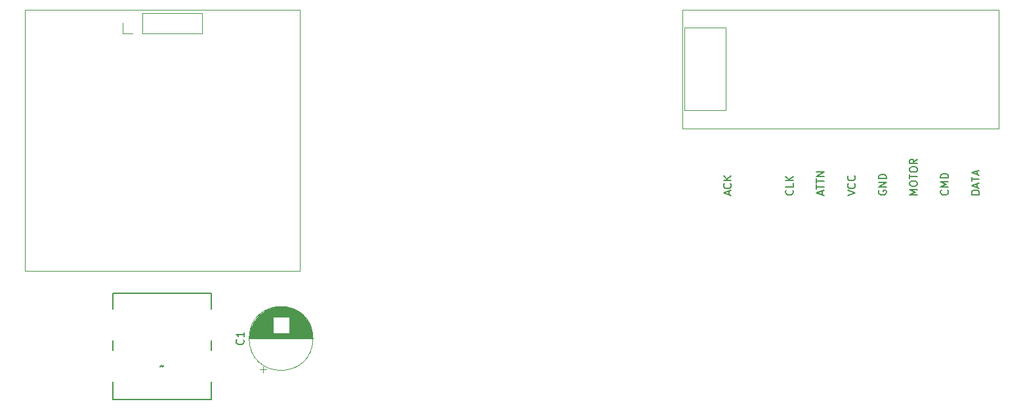
<source format=gbr>
%TF.GenerationSoftware,KiCad,Pcbnew,8.0.2*%
%TF.CreationDate,2024-06-06T15:06:54+02:00*%
%TF.ProjectId,3v radio,33762072-6164-4696-9f2e-6b696361645f,rev?*%
%TF.SameCoordinates,Original*%
%TF.FileFunction,Legend,Top*%
%TF.FilePolarity,Positive*%
%FSLAX46Y46*%
G04 Gerber Fmt 4.6, Leading zero omitted, Abs format (unit mm)*
G04 Created by KiCad (PCBNEW 8.0.2) date 2024-06-06 15:06:54*
%MOMM*%
%LPD*%
G01*
G04 APERTURE LIST*
%ADD10C,0.150000*%
%ADD11C,0.120000*%
%ADD12C,0.100000*%
G04 APERTURE END LIST*
D10*
X108116095Y-88934866D02*
X108163714Y-88887247D01*
X108163714Y-88887247D02*
X108258952Y-88839628D01*
X108258952Y-88839628D02*
X108449428Y-88934866D01*
X108449428Y-88934866D02*
X108544666Y-88887247D01*
X108544666Y-88887247D02*
X108592285Y-88839628D01*
X118807580Y-85482666D02*
X118855200Y-85530285D01*
X118855200Y-85530285D02*
X118902819Y-85673142D01*
X118902819Y-85673142D02*
X118902819Y-85768380D01*
X118902819Y-85768380D02*
X118855200Y-85911237D01*
X118855200Y-85911237D02*
X118759961Y-86006475D01*
X118759961Y-86006475D02*
X118664723Y-86054094D01*
X118664723Y-86054094D02*
X118474247Y-86101713D01*
X118474247Y-86101713D02*
X118331390Y-86101713D01*
X118331390Y-86101713D02*
X118140914Y-86054094D01*
X118140914Y-86054094D02*
X118045676Y-86006475D01*
X118045676Y-86006475D02*
X117950438Y-85911237D01*
X117950438Y-85911237D02*
X117902819Y-85768380D01*
X117902819Y-85768380D02*
X117902819Y-85673142D01*
X117902819Y-85673142D02*
X117950438Y-85530285D01*
X117950438Y-85530285D02*
X117998057Y-85482666D01*
X118902819Y-84530285D02*
X118902819Y-85101713D01*
X118902819Y-84815999D02*
X117902819Y-84815999D01*
X117902819Y-84815999D02*
X118045676Y-84911237D01*
X118045676Y-84911237D02*
X118140914Y-85006475D01*
X118140914Y-85006475D02*
X118188533Y-85101713D01*
X189698205Y-66182292D02*
X189745825Y-66229911D01*
X189745825Y-66229911D02*
X189793444Y-66372768D01*
X189793444Y-66372768D02*
X189793444Y-66468006D01*
X189793444Y-66468006D02*
X189745825Y-66610863D01*
X189745825Y-66610863D02*
X189650586Y-66706101D01*
X189650586Y-66706101D02*
X189555348Y-66753720D01*
X189555348Y-66753720D02*
X189364872Y-66801339D01*
X189364872Y-66801339D02*
X189222015Y-66801339D01*
X189222015Y-66801339D02*
X189031539Y-66753720D01*
X189031539Y-66753720D02*
X188936301Y-66706101D01*
X188936301Y-66706101D02*
X188841063Y-66610863D01*
X188841063Y-66610863D02*
X188793444Y-66468006D01*
X188793444Y-66468006D02*
X188793444Y-66372768D01*
X188793444Y-66372768D02*
X188841063Y-66229911D01*
X188841063Y-66229911D02*
X188888682Y-66182292D01*
X189793444Y-65277530D02*
X189793444Y-65753720D01*
X189793444Y-65753720D02*
X188793444Y-65753720D01*
X189793444Y-64944196D02*
X188793444Y-64944196D01*
X189793444Y-64372768D02*
X189222015Y-64801339D01*
X188793444Y-64372768D02*
X189364872Y-64944196D01*
X193507729Y-66801339D02*
X193507729Y-66325149D01*
X193793444Y-66896577D02*
X192793444Y-66563244D01*
X192793444Y-66563244D02*
X193793444Y-66229911D01*
X192793444Y-66039434D02*
X192793444Y-65468006D01*
X193793444Y-65753720D02*
X192793444Y-65753720D01*
X192793444Y-65277529D02*
X192793444Y-64706101D01*
X193793444Y-64991815D02*
X192793444Y-64991815D01*
X193793444Y-64372767D02*
X192793444Y-64372767D01*
X192793444Y-64372767D02*
X193793444Y-63801339D01*
X193793444Y-63801339D02*
X192793444Y-63801339D01*
X181507729Y-66801339D02*
X181507729Y-66325149D01*
X181793444Y-66896577D02*
X180793444Y-66563244D01*
X180793444Y-66563244D02*
X181793444Y-66229911D01*
X181698205Y-65325149D02*
X181745825Y-65372768D01*
X181745825Y-65372768D02*
X181793444Y-65515625D01*
X181793444Y-65515625D02*
X181793444Y-65610863D01*
X181793444Y-65610863D02*
X181745825Y-65753720D01*
X181745825Y-65753720D02*
X181650586Y-65848958D01*
X181650586Y-65848958D02*
X181555348Y-65896577D01*
X181555348Y-65896577D02*
X181364872Y-65944196D01*
X181364872Y-65944196D02*
X181222015Y-65944196D01*
X181222015Y-65944196D02*
X181031539Y-65896577D01*
X181031539Y-65896577D02*
X180936301Y-65848958D01*
X180936301Y-65848958D02*
X180841063Y-65753720D01*
X180841063Y-65753720D02*
X180793444Y-65610863D01*
X180793444Y-65610863D02*
X180793444Y-65515625D01*
X180793444Y-65515625D02*
X180841063Y-65372768D01*
X180841063Y-65372768D02*
X180888682Y-65325149D01*
X181793444Y-64896577D02*
X180793444Y-64896577D01*
X181793444Y-64325149D02*
X181222015Y-64753720D01*
X180793444Y-64325149D02*
X181364872Y-64896577D01*
X213793444Y-66753720D02*
X212793444Y-66753720D01*
X212793444Y-66753720D02*
X212793444Y-66515625D01*
X212793444Y-66515625D02*
X212841063Y-66372768D01*
X212841063Y-66372768D02*
X212936301Y-66277530D01*
X212936301Y-66277530D02*
X213031539Y-66229911D01*
X213031539Y-66229911D02*
X213222015Y-66182292D01*
X213222015Y-66182292D02*
X213364872Y-66182292D01*
X213364872Y-66182292D02*
X213555348Y-66229911D01*
X213555348Y-66229911D02*
X213650586Y-66277530D01*
X213650586Y-66277530D02*
X213745825Y-66372768D01*
X213745825Y-66372768D02*
X213793444Y-66515625D01*
X213793444Y-66515625D02*
X213793444Y-66753720D01*
X213507729Y-65801339D02*
X213507729Y-65325149D01*
X213793444Y-65896577D02*
X212793444Y-65563244D01*
X212793444Y-65563244D02*
X213793444Y-65229911D01*
X212793444Y-65039434D02*
X212793444Y-64468006D01*
X213793444Y-64753720D02*
X212793444Y-64753720D01*
X213507729Y-64182291D02*
X213507729Y-63706101D01*
X213793444Y-64277529D02*
X212793444Y-63944196D01*
X212793444Y-63944196D02*
X213793444Y-63610863D01*
X200841063Y-66229911D02*
X200793444Y-66325149D01*
X200793444Y-66325149D02*
X200793444Y-66468006D01*
X200793444Y-66468006D02*
X200841063Y-66610863D01*
X200841063Y-66610863D02*
X200936301Y-66706101D01*
X200936301Y-66706101D02*
X201031539Y-66753720D01*
X201031539Y-66753720D02*
X201222015Y-66801339D01*
X201222015Y-66801339D02*
X201364872Y-66801339D01*
X201364872Y-66801339D02*
X201555348Y-66753720D01*
X201555348Y-66753720D02*
X201650586Y-66706101D01*
X201650586Y-66706101D02*
X201745825Y-66610863D01*
X201745825Y-66610863D02*
X201793444Y-66468006D01*
X201793444Y-66468006D02*
X201793444Y-66372768D01*
X201793444Y-66372768D02*
X201745825Y-66229911D01*
X201745825Y-66229911D02*
X201698205Y-66182292D01*
X201698205Y-66182292D02*
X201364872Y-66182292D01*
X201364872Y-66182292D02*
X201364872Y-66372768D01*
X201793444Y-65753720D02*
X200793444Y-65753720D01*
X200793444Y-65753720D02*
X201793444Y-65182292D01*
X201793444Y-65182292D02*
X200793444Y-65182292D01*
X201793444Y-64706101D02*
X200793444Y-64706101D01*
X200793444Y-64706101D02*
X200793444Y-64468006D01*
X200793444Y-64468006D02*
X200841063Y-64325149D01*
X200841063Y-64325149D02*
X200936301Y-64229911D01*
X200936301Y-64229911D02*
X201031539Y-64182292D01*
X201031539Y-64182292D02*
X201222015Y-64134673D01*
X201222015Y-64134673D02*
X201364872Y-64134673D01*
X201364872Y-64134673D02*
X201555348Y-64182292D01*
X201555348Y-64182292D02*
X201650586Y-64229911D01*
X201650586Y-64229911D02*
X201745825Y-64325149D01*
X201745825Y-64325149D02*
X201793444Y-64468006D01*
X201793444Y-64468006D02*
X201793444Y-64706101D01*
X196793444Y-66896577D02*
X197793444Y-66563244D01*
X197793444Y-66563244D02*
X196793444Y-66229911D01*
X197698205Y-65325149D02*
X197745825Y-65372768D01*
X197745825Y-65372768D02*
X197793444Y-65515625D01*
X197793444Y-65515625D02*
X197793444Y-65610863D01*
X197793444Y-65610863D02*
X197745825Y-65753720D01*
X197745825Y-65753720D02*
X197650586Y-65848958D01*
X197650586Y-65848958D02*
X197555348Y-65896577D01*
X197555348Y-65896577D02*
X197364872Y-65944196D01*
X197364872Y-65944196D02*
X197222015Y-65944196D01*
X197222015Y-65944196D02*
X197031539Y-65896577D01*
X197031539Y-65896577D02*
X196936301Y-65848958D01*
X196936301Y-65848958D02*
X196841063Y-65753720D01*
X196841063Y-65753720D02*
X196793444Y-65610863D01*
X196793444Y-65610863D02*
X196793444Y-65515625D01*
X196793444Y-65515625D02*
X196841063Y-65372768D01*
X196841063Y-65372768D02*
X196888682Y-65325149D01*
X197698205Y-64325149D02*
X197745825Y-64372768D01*
X197745825Y-64372768D02*
X197793444Y-64515625D01*
X197793444Y-64515625D02*
X197793444Y-64610863D01*
X197793444Y-64610863D02*
X197745825Y-64753720D01*
X197745825Y-64753720D02*
X197650586Y-64848958D01*
X197650586Y-64848958D02*
X197555348Y-64896577D01*
X197555348Y-64896577D02*
X197364872Y-64944196D01*
X197364872Y-64944196D02*
X197222015Y-64944196D01*
X197222015Y-64944196D02*
X197031539Y-64896577D01*
X197031539Y-64896577D02*
X196936301Y-64848958D01*
X196936301Y-64848958D02*
X196841063Y-64753720D01*
X196841063Y-64753720D02*
X196793444Y-64610863D01*
X196793444Y-64610863D02*
X196793444Y-64515625D01*
X196793444Y-64515625D02*
X196841063Y-64372768D01*
X196841063Y-64372768D02*
X196888682Y-64325149D01*
X205793444Y-66753720D02*
X204793444Y-66753720D01*
X204793444Y-66753720D02*
X205507729Y-66420387D01*
X205507729Y-66420387D02*
X204793444Y-66087054D01*
X204793444Y-66087054D02*
X205793444Y-66087054D01*
X204793444Y-65420387D02*
X204793444Y-65229911D01*
X204793444Y-65229911D02*
X204841063Y-65134673D01*
X204841063Y-65134673D02*
X204936301Y-65039435D01*
X204936301Y-65039435D02*
X205126777Y-64991816D01*
X205126777Y-64991816D02*
X205460110Y-64991816D01*
X205460110Y-64991816D02*
X205650586Y-65039435D01*
X205650586Y-65039435D02*
X205745825Y-65134673D01*
X205745825Y-65134673D02*
X205793444Y-65229911D01*
X205793444Y-65229911D02*
X205793444Y-65420387D01*
X205793444Y-65420387D02*
X205745825Y-65515625D01*
X205745825Y-65515625D02*
X205650586Y-65610863D01*
X205650586Y-65610863D02*
X205460110Y-65658482D01*
X205460110Y-65658482D02*
X205126777Y-65658482D01*
X205126777Y-65658482D02*
X204936301Y-65610863D01*
X204936301Y-65610863D02*
X204841063Y-65515625D01*
X204841063Y-65515625D02*
X204793444Y-65420387D01*
X204793444Y-64706101D02*
X204793444Y-64134673D01*
X205793444Y-64420387D02*
X204793444Y-64420387D01*
X204793444Y-63610863D02*
X204793444Y-63420387D01*
X204793444Y-63420387D02*
X204841063Y-63325149D01*
X204841063Y-63325149D02*
X204936301Y-63229911D01*
X204936301Y-63229911D02*
X205126777Y-63182292D01*
X205126777Y-63182292D02*
X205460110Y-63182292D01*
X205460110Y-63182292D02*
X205650586Y-63229911D01*
X205650586Y-63229911D02*
X205745825Y-63325149D01*
X205745825Y-63325149D02*
X205793444Y-63420387D01*
X205793444Y-63420387D02*
X205793444Y-63610863D01*
X205793444Y-63610863D02*
X205745825Y-63706101D01*
X205745825Y-63706101D02*
X205650586Y-63801339D01*
X205650586Y-63801339D02*
X205460110Y-63848958D01*
X205460110Y-63848958D02*
X205126777Y-63848958D01*
X205126777Y-63848958D02*
X204936301Y-63801339D01*
X204936301Y-63801339D02*
X204841063Y-63706101D01*
X204841063Y-63706101D02*
X204793444Y-63610863D01*
X205793444Y-62182292D02*
X205317253Y-62515625D01*
X205793444Y-62753720D02*
X204793444Y-62753720D01*
X204793444Y-62753720D02*
X204793444Y-62372768D01*
X204793444Y-62372768D02*
X204841063Y-62277530D01*
X204841063Y-62277530D02*
X204888682Y-62229911D01*
X204888682Y-62229911D02*
X204983920Y-62182292D01*
X204983920Y-62182292D02*
X205126777Y-62182292D01*
X205126777Y-62182292D02*
X205222015Y-62229911D01*
X205222015Y-62229911D02*
X205269634Y-62277530D01*
X205269634Y-62277530D02*
X205317253Y-62372768D01*
X205317253Y-62372768D02*
X205317253Y-62753720D01*
X209698205Y-66182292D02*
X209745825Y-66229911D01*
X209745825Y-66229911D02*
X209793444Y-66372768D01*
X209793444Y-66372768D02*
X209793444Y-66468006D01*
X209793444Y-66468006D02*
X209745825Y-66610863D01*
X209745825Y-66610863D02*
X209650586Y-66706101D01*
X209650586Y-66706101D02*
X209555348Y-66753720D01*
X209555348Y-66753720D02*
X209364872Y-66801339D01*
X209364872Y-66801339D02*
X209222015Y-66801339D01*
X209222015Y-66801339D02*
X209031539Y-66753720D01*
X209031539Y-66753720D02*
X208936301Y-66706101D01*
X208936301Y-66706101D02*
X208841063Y-66610863D01*
X208841063Y-66610863D02*
X208793444Y-66468006D01*
X208793444Y-66468006D02*
X208793444Y-66372768D01*
X208793444Y-66372768D02*
X208841063Y-66229911D01*
X208841063Y-66229911D02*
X208888682Y-66182292D01*
X209793444Y-65753720D02*
X208793444Y-65753720D01*
X208793444Y-65753720D02*
X209507729Y-65420387D01*
X209507729Y-65420387D02*
X208793444Y-65087054D01*
X208793444Y-65087054D02*
X209793444Y-65087054D01*
X209793444Y-64610863D02*
X208793444Y-64610863D01*
X208793444Y-64610863D02*
X208793444Y-64372768D01*
X208793444Y-64372768D02*
X208841063Y-64229911D01*
X208841063Y-64229911D02*
X208936301Y-64134673D01*
X208936301Y-64134673D02*
X209031539Y-64087054D01*
X209031539Y-64087054D02*
X209222015Y-64039435D01*
X209222015Y-64039435D02*
X209364872Y-64039435D01*
X209364872Y-64039435D02*
X209555348Y-64087054D01*
X209555348Y-64087054D02*
X209650586Y-64134673D01*
X209650586Y-64134673D02*
X209745825Y-64229911D01*
X209745825Y-64229911D02*
X209793444Y-64372768D01*
X209793444Y-64372768D02*
X209793444Y-64610863D01*
%TO.C,U2*%
X102028000Y-79503000D02*
X102028000Y-81535000D01*
X102028000Y-79503000D02*
X114728000Y-79503000D01*
X102028000Y-85599000D02*
X102028000Y-86869000D01*
X102028000Y-93219000D02*
X102028000Y-90933000D01*
X114728000Y-79503000D02*
X114728000Y-81535000D01*
X114728000Y-85599000D02*
X114728000Y-86869000D01*
X114728000Y-90933000D02*
X114728000Y-93219000D01*
X114728000Y-93219000D02*
X102028000Y-93219000D01*
D11*
%TO.C,Oled_screen1*%
X103248000Y-45956000D02*
X103248000Y-44626000D01*
X104578000Y-45956000D02*
X103248000Y-45956000D01*
X105848000Y-43296000D02*
X113528000Y-43296000D01*
X105848000Y-45956000D02*
X105848000Y-43296000D01*
X105848000Y-45956000D02*
X113528000Y-45956000D01*
X113528000Y-45956000D02*
X113528000Y-43296000D01*
D12*
X90628000Y-42926000D02*
X126128000Y-42926000D01*
X126128000Y-76626000D01*
X90628000Y-76626000D01*
X90628000Y-42926000D01*
D11*
%TO.C,C1*%
X119618000Y-85236000D02*
X127778000Y-85236000D01*
X119618000Y-85276000D02*
X127778000Y-85276000D01*
X119618000Y-85316000D02*
X127778000Y-85316000D01*
X119619000Y-85196000D02*
X127777000Y-85196000D01*
X119621000Y-85156000D02*
X127775000Y-85156000D01*
X119622000Y-85116000D02*
X127774000Y-85116000D01*
X119624000Y-85076000D02*
X127772000Y-85076000D01*
X119627000Y-85036000D02*
X127769000Y-85036000D01*
X119630000Y-84996000D02*
X127766000Y-84996000D01*
X119633000Y-84956000D02*
X127763000Y-84956000D01*
X119637000Y-84916000D02*
X127759000Y-84916000D01*
X119641000Y-84876000D02*
X127755000Y-84876000D01*
X119646000Y-84836000D02*
X127750000Y-84836000D01*
X119650000Y-84796000D02*
X127746000Y-84796000D01*
X119656000Y-84756000D02*
X127740000Y-84756000D01*
X119661000Y-84716000D02*
X127735000Y-84716000D01*
X119668000Y-84676000D02*
X127728000Y-84676000D01*
X119674000Y-84636000D02*
X127722000Y-84636000D01*
X119681000Y-84595000D02*
X122658000Y-84595000D01*
X119688000Y-84555000D02*
X122658000Y-84555000D01*
X119696000Y-84515000D02*
X122658000Y-84515000D01*
X119704000Y-84475000D02*
X122658000Y-84475000D01*
X119713000Y-84435000D02*
X122658000Y-84435000D01*
X119722000Y-84395000D02*
X122658000Y-84395000D01*
X119731000Y-84355000D02*
X122658000Y-84355000D01*
X119741000Y-84315000D02*
X122658000Y-84315000D01*
X119751000Y-84275000D02*
X122658000Y-84275000D01*
X119762000Y-84235000D02*
X122658000Y-84235000D01*
X119773000Y-84195000D02*
X122658000Y-84195000D01*
X119784000Y-84155000D02*
X122658000Y-84155000D01*
X119796000Y-84115000D02*
X122658000Y-84115000D01*
X119809000Y-84075000D02*
X122658000Y-84075000D01*
X119821000Y-84035000D02*
X122658000Y-84035000D01*
X119835000Y-83995000D02*
X122658000Y-83995000D01*
X119848000Y-83955000D02*
X122658000Y-83955000D01*
X119863000Y-83915000D02*
X122658000Y-83915000D01*
X119877000Y-83875000D02*
X122658000Y-83875000D01*
X119893000Y-83835000D02*
X122658000Y-83835000D01*
X119908000Y-83795000D02*
X122658000Y-83795000D01*
X119924000Y-83755000D02*
X122658000Y-83755000D01*
X119941000Y-83715000D02*
X122658000Y-83715000D01*
X119958000Y-83675000D02*
X122658000Y-83675000D01*
X119976000Y-83635000D02*
X122658000Y-83635000D01*
X119994000Y-83595000D02*
X122658000Y-83595000D01*
X120012000Y-83555000D02*
X122658000Y-83555000D01*
X120032000Y-83515000D02*
X122658000Y-83515000D01*
X120051000Y-83475000D02*
X122658000Y-83475000D01*
X120071000Y-83435000D02*
X122658000Y-83435000D01*
X120092000Y-83395000D02*
X122658000Y-83395000D01*
X120114000Y-83355000D02*
X122658000Y-83355000D01*
X120136000Y-83315000D02*
X122658000Y-83315000D01*
X120158000Y-83275000D02*
X122658000Y-83275000D01*
X120181000Y-83235000D02*
X122658000Y-83235000D01*
X120205000Y-83195000D02*
X122658000Y-83195000D01*
X120229000Y-83155000D02*
X122658000Y-83155000D01*
X120254000Y-83115000D02*
X122658000Y-83115000D01*
X120280000Y-83075000D02*
X122658000Y-83075000D01*
X120306000Y-83035000D02*
X122658000Y-83035000D01*
X120333000Y-82995000D02*
X122658000Y-82995000D01*
X120360000Y-82955000D02*
X122658000Y-82955000D01*
X120389000Y-82915000D02*
X122658000Y-82915000D01*
X120418000Y-82875000D02*
X122658000Y-82875000D01*
X120448000Y-82835000D02*
X122658000Y-82835000D01*
X120478000Y-82795000D02*
X122658000Y-82795000D01*
X120509000Y-82755000D02*
X122658000Y-82755000D01*
X120542000Y-82715000D02*
X122658000Y-82715000D01*
X120574000Y-82675000D02*
X122658000Y-82675000D01*
X120608000Y-82635000D02*
X122658000Y-82635000D01*
X120643000Y-82595000D02*
X122658000Y-82595000D01*
X120679000Y-82555000D02*
X122658000Y-82555000D01*
X120715000Y-82515000D02*
X126681000Y-82515000D01*
X120753000Y-82475000D02*
X126643000Y-82475000D01*
X120791000Y-82435000D02*
X126605000Y-82435000D01*
X120831000Y-82395000D02*
X126565000Y-82395000D01*
X120872000Y-82355000D02*
X126524000Y-82355000D01*
X120914000Y-82315000D02*
X126482000Y-82315000D01*
X120957000Y-82275000D02*
X126439000Y-82275000D01*
X120983000Y-89325698D02*
X121783000Y-89325698D01*
X121001000Y-82235000D02*
X126395000Y-82235000D01*
X121047000Y-82195000D02*
X126349000Y-82195000D01*
X121094000Y-82155000D02*
X126302000Y-82155000D01*
X121142000Y-82115000D02*
X126254000Y-82115000D01*
X121193000Y-82075000D02*
X126203000Y-82075000D01*
X121244000Y-82035000D02*
X126152000Y-82035000D01*
X121298000Y-81995000D02*
X126098000Y-81995000D01*
X121353000Y-81955000D02*
X126043000Y-81955000D01*
X121383000Y-89725698D02*
X121383000Y-88925698D01*
X121411000Y-81915000D02*
X125985000Y-81915000D01*
X121470000Y-81875000D02*
X125926000Y-81875000D01*
X121532000Y-81835000D02*
X125864000Y-81835000D01*
X121596000Y-81795000D02*
X125800000Y-81795000D01*
X121664000Y-81755000D02*
X125732000Y-81755000D01*
X121734000Y-81715000D02*
X125662000Y-81715000D01*
X121808000Y-81675000D02*
X125588000Y-81675000D01*
X121885000Y-81635000D02*
X125511000Y-81635000D01*
X121967000Y-81595000D02*
X125429000Y-81595000D01*
X122053000Y-81555000D02*
X125343000Y-81555000D01*
X122146000Y-81515000D02*
X125250000Y-81515000D01*
X122245000Y-81475000D02*
X125151000Y-81475000D01*
X122352000Y-81435000D02*
X125044000Y-81435000D01*
X122469000Y-81395000D02*
X124927000Y-81395000D01*
X122600000Y-81355000D02*
X124796000Y-81355000D01*
X122750000Y-81315000D02*
X124646000Y-81315000D01*
X122930000Y-81275000D02*
X124466000Y-81275000D01*
X123165000Y-81235000D02*
X124231000Y-81235000D01*
X124738000Y-82555000D02*
X126717000Y-82555000D01*
X124738000Y-82595000D02*
X126753000Y-82595000D01*
X124738000Y-82635000D02*
X126788000Y-82635000D01*
X124738000Y-82675000D02*
X126822000Y-82675000D01*
X124738000Y-82715000D02*
X126854000Y-82715000D01*
X124738000Y-82755000D02*
X126887000Y-82755000D01*
X124738000Y-82795000D02*
X126918000Y-82795000D01*
X124738000Y-82835000D02*
X126948000Y-82835000D01*
X124738000Y-82875000D02*
X126978000Y-82875000D01*
X124738000Y-82915000D02*
X127007000Y-82915000D01*
X124738000Y-82955000D02*
X127036000Y-82955000D01*
X124738000Y-82995000D02*
X127063000Y-82995000D01*
X124738000Y-83035000D02*
X127090000Y-83035000D01*
X124738000Y-83075000D02*
X127116000Y-83075000D01*
X124738000Y-83115000D02*
X127142000Y-83115000D01*
X124738000Y-83155000D02*
X127167000Y-83155000D01*
X124738000Y-83195000D02*
X127191000Y-83195000D01*
X124738000Y-83235000D02*
X127215000Y-83235000D01*
X124738000Y-83275000D02*
X127238000Y-83275000D01*
X124738000Y-83315000D02*
X127260000Y-83315000D01*
X124738000Y-83355000D02*
X127282000Y-83355000D01*
X124738000Y-83395000D02*
X127304000Y-83395000D01*
X124738000Y-83435000D02*
X127325000Y-83435000D01*
X124738000Y-83475000D02*
X127345000Y-83475000D01*
X124738000Y-83515000D02*
X127364000Y-83515000D01*
X124738000Y-83555000D02*
X127384000Y-83555000D01*
X124738000Y-83595000D02*
X127402000Y-83595000D01*
X124738000Y-83635000D02*
X127420000Y-83635000D01*
X124738000Y-83675000D02*
X127438000Y-83675000D01*
X124738000Y-83715000D02*
X127455000Y-83715000D01*
X124738000Y-83755000D02*
X127472000Y-83755000D01*
X124738000Y-83795000D02*
X127488000Y-83795000D01*
X124738000Y-83835000D02*
X127503000Y-83835000D01*
X124738000Y-83875000D02*
X127519000Y-83875000D01*
X124738000Y-83915000D02*
X127533000Y-83915000D01*
X124738000Y-83955000D02*
X127548000Y-83955000D01*
X124738000Y-83995000D02*
X127561000Y-83995000D01*
X124738000Y-84035000D02*
X127575000Y-84035000D01*
X124738000Y-84075000D02*
X127587000Y-84075000D01*
X124738000Y-84115000D02*
X127600000Y-84115000D01*
X124738000Y-84155000D02*
X127612000Y-84155000D01*
X124738000Y-84195000D02*
X127623000Y-84195000D01*
X124738000Y-84235000D02*
X127634000Y-84235000D01*
X124738000Y-84275000D02*
X127645000Y-84275000D01*
X124738000Y-84315000D02*
X127655000Y-84315000D01*
X124738000Y-84355000D02*
X127665000Y-84355000D01*
X124738000Y-84395000D02*
X127674000Y-84395000D01*
X124738000Y-84435000D02*
X127683000Y-84435000D01*
X124738000Y-84475000D02*
X127692000Y-84475000D01*
X124738000Y-84515000D02*
X127700000Y-84515000D01*
X124738000Y-84555000D02*
X127708000Y-84555000D01*
X124738000Y-84595000D02*
X127715000Y-84595000D01*
X127818000Y-85316000D02*
G75*
G02*
X119578000Y-85316000I-4120000J0D01*
G01*
X119578000Y-85316000D02*
G75*
G02*
X127818000Y-85316000I4120000J0D01*
G01*
%TO.C,NRF1*%
X175716000Y-45212000D02*
X175716000Y-45212000D01*
X175716000Y-45212000D02*
X181050000Y-45212000D01*
X175716000Y-55880000D02*
X175716000Y-45212000D01*
X175716000Y-55880000D02*
X175716000Y-55880000D01*
X181050000Y-45212000D02*
X181050000Y-55880000D01*
X181050000Y-55880000D02*
X175716000Y-55880000D01*
D12*
X175462000Y-42926000D02*
X216262000Y-42926000D01*
X216262000Y-58226000D01*
X175462000Y-58226000D01*
X175462000Y-42926000D01*
%TD*%
M02*

</source>
